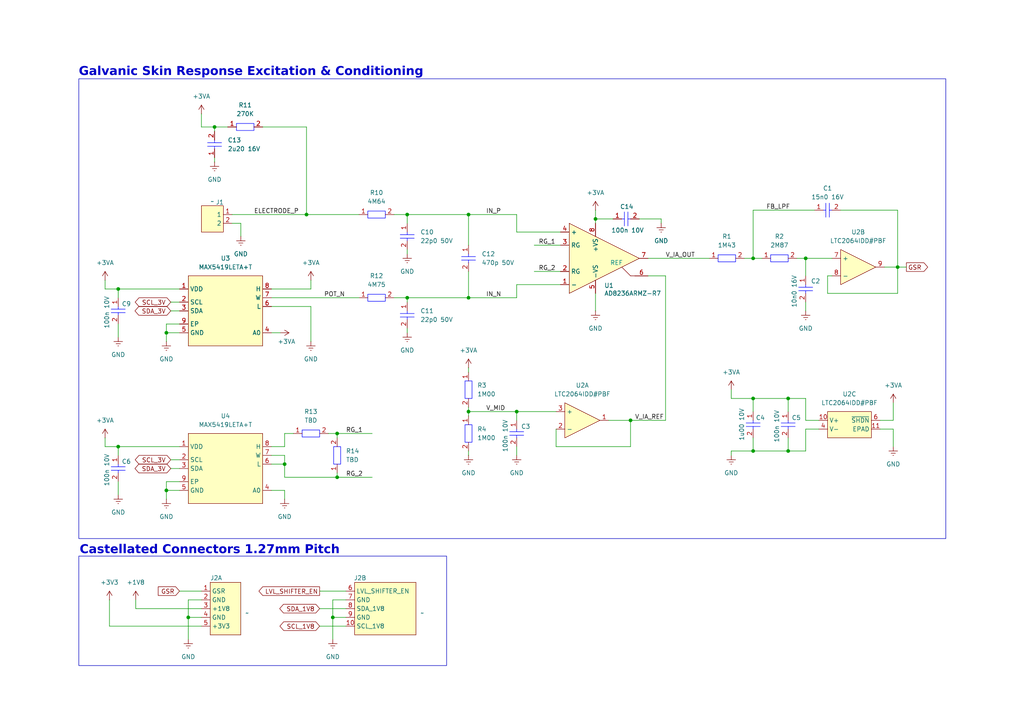
<source format=kicad_sch>
(kicad_sch (version 20231120) (generator "eeschema") (generator_version "8.0")
  (paper "A4")
  (lib_symbols
    (symbol "X-MODs_SchLib:04025C220JAT2A"
      (property "Reference" "C" (at -4.064 5.588 0))
      (property "Value" "22p0 50V" (at -4.064 3.302 0))
      (symbol "04025C220JAT2A_1_1"
        (polyline (pts (xy -1.27 0) (xy -0.508 0)) (stroke (width 0) (color 0 0 255 1)))
        (polyline (pts (xy -0.508 2.032) (xy -0.508 -2.032)) (stroke (width 0) (color 0 0 255 1)))
        (polyline (pts (xy 0.508 2.032) (xy 0.508 -2.032)) (stroke (width 0) (color 0 0 255 1)))
        (polyline (pts (xy 1.27 0) (xy 0.508 0)) (stroke (width 0) (color 0 0 255 1)))
        (pin passive line (at -3.81 0 0) (length 2.54) (name "") (number "1"))
        (pin passive line (at 3.81 0 180) (length 2.54) (name "") (number "2"))
      )
    )
    (symbol "X-MODs_SchLib:AD8236ARMZ-R7"
      (property "Reference" "U" (at 0.254 3.048 0))
      (property "Value" "AD8236ARMZ-R7" (at 7.874 1.27 0))
      (symbol "AD8236ARMZ-R7_0_1"
        (polyline (pts (xy 15.24 -12.7) (xy 17.78 -15.24)))
      )
      (symbol "AD8236ARMZ-R7_1_1"
        (polyline (pts (xy 19.05 -15.24) (xy 17.78 -15.24)))
        (polyline (pts (xy 0 0) (xy 0 -20.32) (xy 20.32 -10.16) (xy 0 0)) (stroke (width 0) (color 128 0 0 1)) (fill (type background)))
        (text "REF" (at 13.716 -11.43 0) (effects (font (size 1.27 1.27))))
        (pin input line (at -2.54 -17.78 0) (length 2.54) (name "-") (number "1"))
        (pin input line (at -2.54 -13.97 0) (length 2.54) (name "RG") (number "2"))
        (pin input line (at -2.54 -6.35 0) (length 2.54) (name "RG") (number "3"))
        (pin input line (at -2.54 -2.54 0) (length 2.54) (name "+") (number "4"))
        (pin input line (at 7.62 -20.32 90) (length 3.81) (name "-VS") (number "5"))
        (pin passive line (at 22.86 -15.24 180) (length 3.81) (name "~") (number "6"))
        (pin output line (at 22.86 -10.16 180) (length 2.54) (name "~") (number "7"))
        (pin input line (at 7.62 0 270) (length 3.81) (name "+VS") (number "8"))
      )
    )
    (symbol "X-MODs_SchLib:C0402C105K8PACTU"
      (property "Reference" "C" (at -4.064 5.588 0))
      (property "Value" "1u00 10V" (at -4.064 3.302 0))
      (symbol "C0402C105K8PACTU_1_1"
        (polyline (pts (xy -1.27 0) (xy -0.508 0)) (stroke (width 0) (color 0 0 255 1)))
        (polyline (pts (xy -0.508 2.032) (xy -0.508 -2.032)) (stroke (width 0) (color 0 0 255 1)))
        (polyline (pts (xy 0.508 2.032) (xy 0.508 -2.032)) (stroke (width 0) (color 0 0 255 1)))
        (polyline (pts (xy 1.27 0) (xy 0.508 0)) (stroke (width 0) (color 0 0 255 1)))
        (pin passive line (at -3.81 0 0) (length 2.54) (name "") (number "1"))
        (pin passive line (at 3.81 0 180) (length 2.54) (name "") (number "2"))
      )
    )
    (symbol "X-MODs_SchLib:C0402C471J5RACTU"
      (property "Reference" "C" (at -4.064 5.588 0))
      (property "Value" "470p 50V" (at -4.064 3.302 0))
      (symbol "C0402C471J5RACTU_1_1"
        (polyline (pts (xy -1.27 0) (xy -0.508 0)) (stroke (width 0) (color 0 0 255 1)))
        (polyline (pts (xy -0.508 2.032) (xy -0.508 -2.032)) (stroke (width 0) (color 0 0 255 1)))
        (polyline (pts (xy 0.508 2.032) (xy 0.508 -2.032)) (stroke (width 0) (color 0 0 255 1)))
        (polyline (pts (xy 1.27 0) (xy 0.508 0)) (stroke (width 0) (color 0 0 255 1)))
        (pin passive line (at -3.81 0 0) (length 2.54) (name "") (number "1"))
        (pin passive line (at 3.81 0 180) (length 2.54) (name "") (number "2"))
      )
    )
    (symbol "X-MODs_SchLib:CC0402JRX7R7BB103"
      (property "Reference" "C" (at -4.064 5.588 0))
      (property "Value" "10n0 16V" (at -4.064 3.302 0))
      (symbol "CC0402JRX7R7BB103_1_1"
        (polyline (pts (xy -1.27 0) (xy -0.508 0)) (stroke (width 0) (color 0 0 255 1)))
        (polyline (pts (xy -0.508 2.032) (xy -0.508 -2.032)) (stroke (width 0) (color 0 0 255 1)))
        (polyline (pts (xy 0.508 2.032) (xy 0.508 -2.032)) (stroke (width 0) (color 0 0 255 1)))
        (polyline (pts (xy 1.27 0) (xy 0.508 0)) (stroke (width 0) (color 0 0 255 1)))
        (pin passive line (at -3.81 0 0) (length 2.54) (name "") (number "1"))
        (pin passive line (at 3.81 0 180) (length 2.54) (name "") (number "2"))
      )
    )
    (symbol "X-MODs_SchLib:CC0402JRX7R7BB153"
      (property "Reference" "C" (at -4.064 5.588 0))
      (property "Value" "15n0 16V" (at -4.064 3.302 0))
      (symbol "CC0402JRX7R7BB153_1_1"
        (polyline (pts (xy -1.27 0) (xy -0.508 0)) (stroke (width 0) (color 0 0 255 1)))
        (polyline (pts (xy -0.508 2.032) (xy -0.508 -2.032)) (stroke (width 0) (color 0 0 255 1)))
        (polyline (pts (xy 0.508 2.032) (xy 0.508 -2.032)) (stroke (width 0) (color 0 0 255 1)))
        (polyline (pts (xy 1.27 0) (xy 0.508 0)) (stroke (width 0) (color 0 0 255 1)))
        (pin passive line (at -3.81 0 0) (length 2.54) (name "") (number "1"))
        (pin passive line (at 3.81 0 180) (length 2.54) (name "") (number "2"))
      )
    )
    (symbol "X-MODs_SchLib:CRCW0402270KFKTD"
      (property "Reference" "R" (at -4.064 5.588 0))
      (property "Value" "270K" (at -4.064 3.302 0))
      (symbol "CRCW0402270KFKTD_0_1"
        (rectangle (start -2.54 1.016) (end 2.54 -1.016) (stroke (width 0) (color 0 0 255 1)))
      )
      (symbol "CRCW0402270KFKTD_1_1"
        (pin passive line (at -5.08 0 0) (length 2.54) (name "") (number "1"))
        (pin passive line (at 5.08 0 180) (length 2.54) (name "") (number "2"))
      )
    )
    (symbol "X-MODs_SchLib:CRCW04022M87FKED"
      (property "Reference" "R" (at -4.064 5.588 0))
      (property "Value" "2M87" (at -4.064 3.302 0))
      (symbol "CRCW04022M87FKED_0_1"
        (rectangle (start -2.54 1.016) (end 2.54 -1.016) (stroke (width 0) (color 0 0 255 1)))
      )
      (symbol "CRCW04022M87FKED_1_1"
        (pin passive line (at -5.08 0 0) (length 2.54) (name "") (number "1"))
        (pin passive line (at 5.08 0 180) (length 2.54) (name "") (number "2"))
      )
    )
    (symbol "X-MODs_SchLib:CRCW04024M64FKED"
      (property "Reference" "R" (at -4.064 5.588 0))
      (property "Value" "4M64" (at -4.064 3.302 0))
      (symbol "CRCW04024M64FKED_0_1"
        (rectangle (start -2.54 1.016) (end 2.54 -1.016) (stroke (width 0) (color 0 0 255 1)))
      )
      (symbol "CRCW04024M64FKED_1_1"
        (pin passive line (at -5.08 0 0) (length 2.54) (name "") (number "1"))
        (pin passive line (at 5.08 0 180) (length 2.54) (name "") (number "2"))
      )
    )
    (symbol "X-MODs_SchLib:CRCW04024M75FKED"
      (property "Reference" "R" (at -4.064 5.588 0))
      (property "Value" "4M75" (at -4.064 3.302 0))
      (symbol "CRCW04024M75FKED_0_1"
        (rectangle (start -2.54 1.016) (end 2.54 -1.016) (stroke (width 0) (color 0 0 255 1)))
      )
      (symbol "CRCW04024M75FKED_1_1"
        (pin passive line (at -5.08 0 0) (length 2.54) (name "") (number "1"))
        (pin passive line (at 5.08 0 180) (length 2.54) (name "") (number "2"))
      )
    )
    (symbol "X-MODs_SchLib:GRM155R61C225KE44D"
      (property "Reference" "C" (at -4.064 5.588 0))
      (property "Value" "2u20 16V" (at -4.064 3.302 0))
      (symbol "GRM155R61C225KE44D_1_1"
        (polyline (pts (xy -1.27 0) (xy -0.508 0)) (stroke (width 0) (color 0 0 255 1)))
        (polyline (pts (xy -0.508 2.032) (xy -0.508 -2.032)) (stroke (width 0) (color 0 0 255 1)))
        (polyline (pts (xy 0.508 2.032) (xy 0.508 -2.032)) (stroke (width 0) (color 0 0 255 1)))
        (polyline (pts (xy 1.27 0) (xy 0.508 0)) (stroke (width 0) (color 0 0 255 1)))
        (pin passive line (at -3.81 0 0) (length 2.54) (name "") (number "1"))
        (pin passive line (at 3.81 0 180) (length 2.54) (name "") (number "2"))
      )
    )
    (symbol "X-MODs_SchLib:GRM155R71A104JA01D"
      (property "Reference" "C" (at -4.826 5.588 0))
      (property "Value" "100n 10V" (at -4.826 3.302 0))
      (symbol "GRM155R71A104JA01D_1_1"
        (polyline (pts (xy -1.27 0) (xy -0.508 0)) (stroke (width 0) (color 0 0 255 1)))
        (polyline (pts (xy -0.508 2.032) (xy -0.508 -2.032)) (stroke (width 0) (color 0 0 255 1)))
        (polyline (pts (xy 0.508 2.032) (xy 0.508 -2.032)) (stroke (width 0) (color 0 0 255 1)))
        (polyline (pts (xy 1.27 0) (xy 0.508 0)) (stroke (width 0) (color 0 0 255 1)))
        (pin passive line (at -3.81 0 0) (length 2.54) (name "") (number "1"))
        (pin passive line (at 3.81 0 180) (length 2.54) (name "") (number "2"))
      )
    )
    (symbol "X-MODs_SchLib:GSR_Board_Castellated_Conn_1.27mm" (in_bom no)
      (property "Reference" "J" (at 0.508 1.778 0))
      (symbol "GSR_Board_Castellated_Conn_1.27mm_1_1"
        (rectangle (start 0 0) (end 8.89 -15.24) (stroke (width 0) (color 128 0 0 1)) (fill (type background)))
        (pin passive line (at -2.54 -2.54 0) (length 2.54) (name "GSR") (number "1"))
        (pin passive line (at -2.54 -5.08 0) (length 2.54) (name "GND") (number "2"))
        (pin passive line (at -2.54 -7.62 0) (length 2.54) (name "+1V8") (number "3"))
        (pin passive line (at -2.54 -10.16 0) (length 2.54) (name "GND") (number "4"))
        (pin passive line (at -2.54 -12.7 0) (length 2.54) (name "+3V3") (number "5"))
      )
      (symbol "GSR_Board_Castellated_Conn_1.27mm_2_1"
        (rectangle (start 0 0) (end 17.78 -15.24) (stroke (width 0) (color 128 0 0 1)) (fill (type background)))
        (pin passive line (at -2.54 -12.7 0) (length 2.54) (name "SCL_1V8") (number "10"))
        (pin passive line (at -2.54 -2.54 0) (length 2.54) (name "LVL_SHIFTER_EN") (number "6"))
        (pin passive line (at -2.54 -5.08 0) (length 2.54) (name "GND") (number "7"))
        (pin passive line (at -2.54 -7.62 0) (length 2.54) (name "SDA_1V8") (number "8"))
        (pin passive line (at -2.54 -10.16 0) (length 2.54) (name "GND") (number "9"))
      )
    )
    (symbol "X-MODs_SchLib:GSR_Electrodes"
      (property "Reference" "J" (at -0.254 1.524 0))
      (symbol "GSR_Electrodes_1_1"
        (rectangle (start 0 0) (end 6.35 -7.62) (stroke (width 0) (color 128 0 0 1)) (fill (type background)))
        (pin passive line (at -2.54 -2.54 0) (length 2.54) (name "1") (number "1"))
        (pin passive line (at -2.54 -5.08 0) (length 2.54) (name "2") (number "2"))
      )
    )
    (symbol "X-MODs_SchLib:LTC2064IDD#PBF"
      (property "Reference" "U" (at 0.508 3.302 0))
      (property "Value" "LTC2064IDD#PBF" (at 7.874 1.27 0))
      (symbol "LTC2064IDD#PBF_1_1"
        (polyline (pts (xy 0 0) (xy 0 -10.16) (xy 10.16 -5.08) (xy 0 0)) (stroke (width 0) (color 128 0 0 1)) (fill (type background)))
        (pin output line (at 12.7 -5.08 180) (length 2.54) (name "~") (number "1"))
        (pin input line (at -2.54 -7.62 0) (length 2.54) (name "-") (number "2"))
        (pin input line (at -2.54 -2.54 0) (length 2.54) (name "+") (number "3"))
      )
      (symbol "LTC2064IDD#PBF_2_1"
        (polyline (pts (xy 0 0) (xy 0 -10.16) (xy 10.16 -5.08) (xy 0 0)) (stroke (width 0) (color 128 0 0 1)) (fill (type background)))
        (pin input line (at -2.54 -2.54 0) (length 2.54) (name "+") (number "7"))
        (pin input line (at -2.54 -7.62 0) (length 2.54) (name "-") (number "8"))
        (pin output line (at 12.7 -5.08 180) (length 2.54) (name "~") (number "9"))
      )
      (symbol "LTC2064IDD#PBF_3_1"
        (rectangle (start 0 0) (end 12.7 -7.62) (stroke (width 0) (color 128 0 0 1)) (fill (type background)))
        (pin passive line (at -2.54 -2.54 0) (length 2.54) (name "V+") (number "10"))
        (pin passive line (at 15.24 -5.08 180) (length 2.54) (name "EPAD") (number "11"))
        (pin passive line (at -2.54 -5.08 0) (length 2.54) (name "V-") (number "4"))
        (pin no_connect line (at 12.7 0 180) (length 2.54) hide (name "") (number "5"))
        (pin passive line (at 15.24 -2.54 180) (length 2.54) (name "~{SHDN}") (number "6"))
      )
    )
    (symbol "X-MODs_SchLib:MAX5419LETA+T"
      (property "Reference" "U" (at -0.254 2.794 0))
      (property "Value" " MAX5419LETA+T" (at -1.27 1.016 0))
      (symbol "MAX5419LETA+T_0_1"
        (rectangle (start 0 0) (end 21.59 -20.32) (stroke (width 0) (color 128 0 0 1)) (fill (type background)))
      )
      (symbol "MAX5419LETA+T_1_1"
        (pin passive line (at -2.54 -3.81 0) (length 2.54) (name "VDD") (number "1"))
        (pin passive line (at -2.54 -7.62 0) (length 2.54) (name "SCL") (number "2"))
        (pin passive line (at -2.54 -10.16 0) (length 2.54) (name "SDA") (number "3"))
        (pin passive line (at 24.13 -16.51 180) (length 2.54) (name "A0") (number "4"))
        (pin passive line (at -2.54 -16.51 0) (length 2.54) (name "GND") (number "5"))
        (pin passive line (at 24.13 -8.89 180) (length 2.54) (name "L") (number "6"))
        (pin passive line (at 24.13 -6.35 180) (length 2.54) (name "W") (number "7"))
        (pin passive line (at 24.13 -3.81 180) (length 2.54) (name "H") (number "8"))
        (pin passive line (at -2.54 -13.97 0) (length 2.54) (name "EP") (number "9"))
      )
    )
    (symbol "X-MODs_SchLib:R"
      (property "Reference" "R" (at -4.064 5.588 0))
      (property "Value" "TBD" (at -4.064 3.302 0))
      (symbol "R_0_1"
        (rectangle (start -2.54 1.016) (end 2.54 -1.016) (stroke (width 0) (color 0 0 255 1)))
      )
      (symbol "R_1_1"
        (pin passive line (at -5.08 0 0) (length 2.54) (name "") (number "1"))
        (pin passive line (at 5.08 0 180) (length 2.54) (name "") (number "2"))
      )
    )
    (symbol "X-MODs_SchLib:RK73H1ERTTP1004F"
      (property "Reference" "R" (at -4.064 5.588 0))
      (property "Value" "1M00" (at -4.064 3.302 0))
      (symbol "RK73H1ERTTP1004F_0_1"
        (rectangle (start -2.54 1.016) (end 2.54 -1.016) (stroke (width 0) (color 0 0 255 1)))
      )
      (symbol "RK73H1ERTTP1004F_1_1"
        (pin passive line (at -5.08 0 0) (length 2.54) (name "") (number "1"))
        (pin passive line (at 5.08 0 180) (length 2.54) (name "") (number "2"))
      )
    )
    (symbol "X-MODs_SchLib:RK73H1ETTP1434F"
      (property "Reference" "R" (at -4.064 5.588 0))
      (property "Value" "1M43" (at -4.064 3.302 0))
      (symbol "RK73H1ETTP1434F_0_1"
        (rectangle (start -2.54 1.016) (end 2.54 -1.016) (stroke (width 0) (color 0 0 255 1)))
      )
      (symbol "RK73H1ETTP1434F_1_1"
        (pin passive line (at -5.08 0 0) (length 2.54) (name "") (number "1"))
        (pin passive line (at 5.08 0 180) (length 2.54) (name "") (number "2"))
      )
    )
    (symbol "power:+3.3VA" (power) (pin_numbers hide) (pin_names (offset 0) hide)
      (property "Value" "+3.3VA" (at 0 3.556 0))
      (symbol "+3.3VA_0_1"
        (polyline (pts (xy -0.762 1.27) (xy 0 2.54)))
        (polyline (pts (xy 0 0) (xy 0 2.54)))
        (polyline (pts (xy 0 2.54) (xy 0.762 1.27)))
      )
      (symbol "+3.3VA_1_1"
        (pin power_in line (at 0 0 90) (length 0) (name "~") (number "1"))
      )
    )
    (symbol "power:Earth" (power) (pin_numbers hide) (pin_names (offset 0) hide)
      (property "Value" "Earth" (at 0 -3.81 0))
      (symbol "Earth_0_1"
        (polyline (pts (xy -0.635 -1.905) (xy 0.635 -1.905)))
        (polyline (pts (xy -0.127 -2.54) (xy 0.127 -2.54)))
        (polyline (pts (xy 0 -1.27) (xy 0 0)))
        (polyline (pts (xy 1.27 -1.27) (xy -1.27 -1.27)))
      )
      (symbol "Earth_1_1"
        (pin power_in line (at 0 0 270) (length 0) (name "~") (number "1"))
      )
    )
  )
  (junction (at 233.68 74.93))
  (junction (at 34.29 129.54))
  (junction (at 182.88 121.92))
  (junction (at 218.44 74.93))
  (junction (at 97.79 138.43))
  (junction (at 149.86 119.38))
  (junction (at 88.9 62.23))
  (junction (at 48.26 142.24))
  (junction (at 228.6 130.81))
  (junction (at 172.72 63.5))
  (junction (at 82.55 134.62))
  (junction (at 62.23 36.83))
  (junction (at 218.44 115.57))
  (junction (at 54.61 179.07))
  (junction (at 135.89 119.38))
  (junction (at 48.26 96.52))
  (junction (at 97.79 125.73))
  (junction (at 96.52 179.07))
  (junction (at 118.11 86.36))
  (junction (at 118.11 62.23))
  (junction (at 218.44 130.81))
  (junction (at 135.89 86.36))
  (junction (at 135.89 62.23))
  (junction (at 228.6 115.57))
  (junction (at 260.35 77.47))
  (junction (at 34.29 83.82))
  (wire (pts (xy 34.29 93.98) (xy 34.29 97.79)))
  (wire (pts (xy 193.04 80.01) (xy 193.04 121.92)))
  (wire (pts (xy 135.89 119.38) (xy 149.86 119.38)))
  (wire (pts (xy 66.04 36.83) (xy 62.23 36.83)))
  (wire (pts (xy 48.26 139.7) (xy 48.26 142.24)))
  (wire (pts (xy 149.86 86.36) (xy 135.89 86.36)))
  (wire (pts (xy 260.35 77.47) (xy 256.54 77.47)))
  (wire (pts (xy 135.89 78.74) (xy 135.89 86.36)))
  (wire (pts (xy 34.29 139.7) (xy 34.29 143.51)))
  (wire (pts (xy 118.11 95.25) (xy 118.11 96.52)))
  (wire (pts (xy 172.72 60.96) (xy 172.72 63.5)))
  (wire (pts (xy 218.44 60.96) (xy 218.44 74.93)))
  (wire (pts (xy 48.26 142.24) (xy 52.07 142.24)))
  (wire (pts (xy 135.89 118.11) (xy 135.89 119.38)))
  (wire (pts (xy 233.68 74.93) (xy 233.68 80.01)))
  (wire (pts (xy 218.44 130.81) (xy 228.6 130.81)))
  (wire (pts (xy 212.09 130.81) (xy 218.44 130.81)))
  (wire (pts (xy 49.53 133.35) (xy 52.07 133.35)))
  (wire (pts (xy 135.89 106.68) (xy 135.89 107.95)))
  (wire (pts (xy 34.29 83.82) (xy 34.29 86.36)))
  (wire (pts (xy 149.86 129.54) (xy 149.86 132.08)))
  (wire (pts (xy 90.17 83.82) (xy 90.17 81.28)))
  (wire (pts (xy 78.74 129.54) (xy 82.55 129.54)))
  (wire (pts (xy 187.96 74.93) (xy 205.74 74.93)))
  (wire (pts (xy 233.68 121.92) (xy 237.49 121.92)))
  (wire (pts (xy 54.61 173.99) (xy 54.61 179.07)))
  (wire (pts (xy 259.08 124.46) (xy 259.08 129.54)))
  (wire (pts (xy 149.86 119.38) (xy 149.86 121.92)))
  (wire (pts (xy 118.11 72.39) (xy 118.11 73.66)))
  (wire (pts (xy 76.2 36.83) (xy 88.9 36.83)))
  (wire (pts (xy 78.74 83.82) (xy 90.17 83.82)))
  (wire (pts (xy 58.42 173.99) (xy 54.61 173.99)))
  (wire (pts (xy 97.79 125.73) (xy 107.95 125.73)))
  (wire (pts (xy 95.25 125.73) (xy 97.79 125.73)))
  (wire (pts (xy 54.61 179.07) (xy 54.61 185.42)))
  (wire (pts (xy 82.55 142.24) (xy 82.55 144.78)))
  (wire (pts (xy 82.55 138.43) (xy 97.79 138.43)))
  (wire (pts (xy 218.44 130.81) (xy 218.44 127)))
  (wire (pts (xy 78.74 134.62) (xy 82.55 134.62)))
  (wire (pts (xy 233.68 74.93) (xy 241.3 74.93)))
  (wire (pts (xy 48.26 96.52) (xy 48.26 99.06)))
  (wire (pts (xy 30.48 83.82) (xy 34.29 83.82)))
  (wire (pts (xy 233.68 115.57) (xy 233.68 121.92)))
  (wire (pts (xy 97.79 125.73) (xy 97.79 127)))
  (wire (pts (xy 92.71 171.45) (xy 100.33 171.45)))
  (wire (pts (xy 97.79 138.43) (xy 107.95 138.43)))
  (wire (pts (xy 82.55 134.62) (xy 82.55 138.43)))
  (wire (pts (xy 260.35 60.96) (xy 260.35 77.47)))
  (wire (pts (xy 52.07 129.54) (xy 34.29 129.54)))
  (wire (pts (xy 48.26 96.52) (xy 52.07 96.52)))
  (wire (pts (xy 62.23 36.83) (xy 58.42 36.83)))
  (wire (pts (xy 62.23 36.83) (xy 62.23 38.1)))
  (wire (pts (xy 92.71 181.61) (xy 100.33 181.61)))
  (wire (pts (xy 154.94 78.74) (xy 162.56 78.74)))
  (wire (pts (xy 162.56 67.31) (xy 149.86 67.31)))
  (wire (pts (xy 172.72 63.5) (xy 177.8 63.5)))
  (wire (pts (xy 218.44 115.57) (xy 218.44 119.38)))
  (wire (pts (xy 233.68 87.63) (xy 233.68 90.17)))
  (wire (pts (xy 114.3 86.36) (xy 118.11 86.36)))
  (wire (pts (xy 58.42 176.53) (xy 39.37 176.53)))
  (wire (pts (xy 78.74 142.24) (xy 82.55 142.24)))
  (wire (pts (xy 114.3 62.23) (xy 118.11 62.23)))
  (wire (pts (xy 218.44 74.93) (xy 220.98 74.93)))
  (wire (pts (xy 31.75 181.61) (xy 31.75 173.99)))
  (wire (pts (xy 54.61 179.07) (xy 58.42 179.07)))
  (wire (pts (xy 215.9 74.93) (xy 218.44 74.93)))
  (wire (pts (xy 135.89 71.12) (xy 135.89 62.23)))
  (wire (pts (xy 100.33 179.07) (xy 96.52 179.07)))
  (wire (pts (xy 212.09 115.57) (xy 218.44 115.57)))
  (wire (pts (xy 100.33 173.99) (xy 96.52 173.99)))
  (wire (pts (xy 135.89 62.23) (xy 118.11 62.23)))
  (wire (pts (xy 88.9 62.23) (xy 104.14 62.23)))
  (wire (pts (xy 228.6 127) (xy 228.6 130.81)))
  (wire (pts (xy 149.86 62.23) (xy 135.89 62.23)))
  (wire (pts (xy 69.85 64.77) (xy 69.85 68.58)))
  (wire (pts (xy 135.89 119.38) (xy 135.89 120.65)))
  (wire (pts (xy 212.09 113.03) (xy 212.09 115.57)))
  (wire (pts (xy 260.35 77.47) (xy 262.89 77.47)))
  (wire (pts (xy 135.89 130.81) (xy 135.89 132.08)))
  (wire (pts (xy 49.53 135.89) (xy 52.07 135.89)))
  (wire (pts (xy 212.09 130.81) (xy 212.09 132.08)))
  (wire (pts (xy 176.53 121.92) (xy 182.88 121.92)))
  (wire (pts (xy 149.86 67.31) (xy 149.86 62.23)))
  (wire (pts (xy 30.48 81.28) (xy 30.48 83.82)))
  (wire (pts (xy 255.27 121.92) (xy 259.08 121.92)))
  (wire (pts (xy 78.74 96.52) (xy 81.28 96.52)))
  (wire (pts (xy 236.22 60.96) (xy 218.44 60.96)))
  (wire (pts (xy 67.31 62.23) (xy 88.9 62.23)))
  (wire (pts (xy 182.88 121.92) (xy 193.04 121.92)))
  (wire (pts (xy 149.86 119.38) (xy 161.29 119.38)))
  (wire (pts (xy 52.07 171.45) (xy 58.42 171.45)))
  (wire (pts (xy 218.44 115.57) (xy 228.6 115.57)))
  (wire (pts (xy 172.72 63.5) (xy 172.72 64.77)))
  (wire (pts (xy 82.55 129.54) (xy 82.55 125.73)))
  (wire (pts (xy 149.86 82.55) (xy 149.86 86.36)))
  (wire (pts (xy 237.49 124.46) (xy 233.68 124.46)))
  (wire (pts (xy 185.42 63.5) (xy 191.77 63.5)))
  (wire (pts (xy 240.03 80.01) (xy 240.03 85.09)))
  (wire (pts (xy 240.03 85.09) (xy 260.35 85.09)))
  (wire (pts (xy 48.26 93.98) (xy 48.26 96.52)))
  (wire (pts (xy 34.29 129.54) (xy 34.29 132.08)))
  (wire (pts (xy 52.07 93.98) (xy 48.26 93.98)))
  (wire (pts (xy 30.48 127) (xy 30.48 129.54)))
  (wire (pts (xy 48.26 142.24) (xy 48.26 144.78)))
  (wire (pts (xy 118.11 86.36) (xy 118.11 87.63)))
  (wire (pts (xy 241.3 80.01) (xy 240.03 80.01)))
  (wire (pts (xy 228.6 130.81) (xy 233.68 130.81)))
  (wire (pts (xy 154.94 71.12) (xy 162.56 71.12)))
  (wire (pts (xy 34.29 83.82) (xy 52.07 83.82)))
  (wire (pts (xy 233.68 124.46) (xy 233.68 130.81)))
  (wire (pts (xy 118.11 62.23) (xy 118.11 64.77)))
  (wire (pts (xy 243.84 60.96) (xy 260.35 60.96)))
  (wire (pts (xy 96.52 179.07) (xy 96.52 185.42)))
  (wire (pts (xy 96.52 173.99) (xy 96.52 179.07)))
  (wire (pts (xy 182.88 129.54) (xy 161.29 129.54)))
  (wire (pts (xy 259.08 116.84) (xy 259.08 121.92)))
  (wire (pts (xy 162.56 82.55) (xy 149.86 82.55)))
  (wire (pts (xy 228.6 115.57) (xy 233.68 115.57)))
  (wire (pts (xy 191.77 63.5) (xy 191.77 64.77)))
  (wire (pts (xy 82.55 132.08) (xy 82.55 134.62)))
  (wire (pts (xy 39.37 176.53) (xy 39.37 173.99)))
  (wire (pts (xy 92.71 176.53) (xy 100.33 176.53)))
  (wire (pts (xy 161.29 129.54) (xy 161.29 124.46)))
  (wire (pts (xy 97.79 138.43) (xy 97.79 137.16)))
  (wire (pts (xy 30.48 129.54) (xy 34.29 129.54)))
  (wire (pts (xy 78.74 88.9) (xy 90.17 88.9)))
  (wire (pts (xy 67.31 64.77) (xy 69.85 64.77)))
  (wire (pts (xy 78.74 132.08) (xy 82.55 132.08)))
  (wire (pts (xy 90.17 88.9) (xy 90.17 99.06)))
  (wire (pts (xy 82.55 125.73) (xy 85.09 125.73)))
  (wire (pts (xy 182.88 121.92) (xy 182.88 129.54)))
  (wire (pts (xy 193.04 80.01) (xy 187.96 80.01)))
  (wire (pts (xy 172.72 85.09) (xy 172.72 90.17)))
  (wire (pts (xy 118.11 86.36) (xy 135.89 86.36)))
  (wire (pts (xy 58.42 36.83) (xy 58.42 33.02)))
  (wire (pts (xy 88.9 36.83) (xy 88.9 62.23)))
  (wire (pts (xy 231.14 74.93) (xy 233.68 74.93)))
  (wire (pts (xy 58.42 181.61) (xy 31.75 181.61)))
  (wire (pts (xy 255.27 124.46) (xy 259.08 124.46)))
  (wire (pts (xy 228.6 115.57) (xy 228.6 119.38)))
  (wire (pts (xy 52.07 139.7) (xy 48.26 139.7)))
  (wire (pts (xy 49.53 90.17) (xy 52.07 90.17)))
  (wire (pts (xy 260.35 85.09) (xy 260.35 77.47)))
  (wire (pts (xy 78.74 86.36) (xy 104.14 86.36)))
  (wire (pts (xy 49.53 87.63) (xy 52.07 87.63)))
  (wire (pts (xy 62.23 46.99) (xy 62.23 45.72)))
  (rectangle (start 22.86 161.29) (end 129.54 193.04))
  (rectangle (start 22.86 22.86) (end 274.32 156.21))
  (text "Castellated Connectors 1.27mm Pitch" (at 23.114 160.274 0) (effects (font (size 2.54 2.54) (thickness 0.254) (bold yes) (italic yes)) (justify left)))
  (text "Galvanic Skin Response Excitation & Conditioning" (at 22.86 21.59 0) (effects (font (size 2.54 2.54) (thickness 0.254) (bold yes) (italic yes)) (justify left)))
  (label "IN_P" (at 140.97 62.23 0))
  (label "RG_1" (at 156.21 71.12 0))
  (label "RG_1" (at 100.33 125.73 0))
  (label "V_IA_REF" (at 184.15 121.92 0))
  (label "RG_2" (at 156.21 78.74 0))
  (label "V_IA_OUT" (at 193.04 74.93 0))
  (label "RG_2" (at 100.33 138.43 0))
  (label "V_MID" (at 140.97 119.38 0))
  (label "FB_LPF" (at 222.25 60.96 0))
  (label "IN_N" (at 140.97 86.36 0))
  (label "POT_N" (at 93.98 86.36 0))
  (label "ELECTRODE_P" (at 73.66 62.23 0))
  (global_label "SCL_3V" (shape bidirectional) (at 49.53 87.63 180) (property "Intersheetrefs" "${INTERSHEET_REFS}" (effects (hide yes))))
  (global_label "SDA_3V" (shape bidirectional) (at 49.53 90.17 180) (property "Intersheetrefs" "${INTERSHEET_REFS}" (effects (hide yes))))
  (global_label "SDA_1V8" (shape bidirectional) (at 92.71 176.53 180) (property "Intersheetrefs" "${INTERSHEET_REFS}" (effects (hide yes))))
  (global_label "SDA_3V" (shape bidirectional) (at 49.53 135.89 180) (property "Intersheetrefs" "${INTERSHEET_REFS}" (effects (hide yes))))
  (global_label "LVL_SHIFTER_EN" (shape output) (at 92.71 171.45 180) (property "Intersheetrefs" "${INTERSHEET_REFS}" (effects (hide yes))))
  (global_label "SCL_3V" (shape bidirectional) (at 49.53 133.35 180) (property "Intersheetrefs" "${INTERSHEET_REFS}" (effects (hide yes))))
  (global_label "GSR" (shape input) (at 52.07 171.45 180) (property "Intersheetrefs" "${INTERSHEET_REFS}" (effects (hide yes))))
  (global_label "SCL_1V8" (shape bidirectional) (at 92.71 181.61 180) (property "Intersheetrefs" "${INTERSHEET_REFS}" (effects (hide yes))))
  (global_label "GSR" (shape output) (at 262.89 77.47 0) (property "Intersheetrefs" "${INTERSHEET_REFS}" (effects (hide yes))))
  (symbol (lib_id "X-MODs_SchLib:GSR_Board_Castellated_Conn_1.27mm") (at 102.87 168.91 0) (unit 2) (in_bom no)
    (property "Reference" "J2" (at 102.616 167.64 0) (effects (justify left)))
    (property "Value" "~" (at 121.92 177.8 0) (effects (justify left)))
    (property "Footprint" "X-MODs_PcbLib:GSR_Board_Castellated_Conn_1.27mm" (effects (hide yes)))
    (property "Description" "GSR_Board_Castellated_Conn_1.27mm" (effects (hide yes)))
  )
  (symbol (lib_id "X-MODs_SchLib:GRM155R71A104JA01D") (at 149.86 125.73 270) (unit 1)
    (property "Reference" "C3" (at 151.13 123.698 90) (effects (justify left)))
    (property "Value" "100n 10V" (at 146.558 121.666 0) (effects (justify left)))
    (property "Footprint" "X-MODs_PcbLib:C0402" (effects (hide yes)))
    (property "Datasheet" "https://www.mouser.es/datasheet/2/281/1/GRM155R71A104JA01_01A-1984196.pdf" (effects (hide yes)))
    (property "Description" "Multilayer Ceramic Capacitors MLCC - SMD/SMT 0.1 uF 10 VDC 5% 0402 X7R" (effects (hide yes)))
  )
  (symbol (lib_id "power:+3.3VA") (at 259.08 116.84 0) (unit 1)
    (property "Reference" "#PWR08" (effects (hide yes)))
    (property "Value" "+3VA" (at 259.08 111.76 0))
    (property "Description" "Power symbol creates a global label with name \"+3.3VA\"" (effects (hide yes)))
  )
  (symbol (lib_id "power:Earth") (at 233.68 90.17 0) (unit 1)
    (property "Reference" "#PWR03" (effects (hide yes)))
    (property "Value" "GND" (at 233.68 95.25 0))
    (property "Description" "Power symbol creates a global label with name \"Earth\"" (effects (hide yes)))
  )
  (symbol (lib_id "power:+3.3VA") (at 90.17 81.28 0) (unit 1)
    (property "Reference" "#PWR030" (effects (hide yes)))
    (property "Value" "+3VA" (at 90.17 76.2 0))
    (property "Description" "Power symbol creates a global label with name \"+3.3VA\"" (effects (hide yes)))
  )
  (symbol (lib_id "power:Earth") (at 34.29 97.79 0) (unit 1)
    (property "Reference" "#PWR024" (effects (hide yes)))
    (property "Value" "GND" (at 34.29 102.87 0))
    (property "Description" "Power symbol creates a global label with name \"Earth\"" (effects (hide yes)))
  )
  (symbol (lib_id "power:Earth") (at 259.08 129.54 0) (unit 1)
    (property "Reference" "#PWR09" (effects (hide yes)))
    (property "Value" "GND" (at 259.08 134.62 0))
    (property "Description" "Power symbol creates a global label with name \"Earth\"" (effects (hide yes)))
  )
  (symbol (lib_id "power:+3.3VA") (at 135.89 106.68 0) (unit 1)
    (property "Reference" "#PWR04" (effects (hide yes)))
    (property "Value" "+3VA" (at 135.89 101.6 0))
    (property "Description" "Power symbol creates a global label with name \"+3.3VA\"" (effects (hide yes)))
  )
  (symbol (lib_id "X-MODs_SchLib:CRCW04024M75FKED") (at 109.22 86.36 0) (unit 1)
    (property "Reference" "R12" (at 109.22 80.01 0))
    (property "Value" "4M75" (at 109.22 82.55 0))
    (property "Footprint" "X-MODs_PcbLib:R0402" (effects (hide yes)))
    (property "Datasheet" "https://www.vishay.com/docs/20035/dcrcwe3.pdf" (effects (hide yes)))
    (property "Description" "Thick Film Resistors 1/16watt 4.75Mohms 1%" (effects (hide yes)))
  )
  (symbol (lib_id "X-MODs_SchLib:R") (at 97.79 132.08 90) (unit 1)
    (property "Reference" "R14" (at 100.33 130.8099 90) (effects (justify right)))
    (property "Value" "TBD" (at 100.33 133.3499 90) (effects (justify right)))
    (property "Footprint" "X-MODs_PcbLib:R0402" (effects (hide yes)))
  )
  (symbol (lib_id "power:+3.3VA") (at 81.28 96.52 270) (unit 1)
    (property "Reference" "#PWR026" (effects (hide yes)))
    (property "Value" "+3VA" (at 80.518 99.06 90) (effects (justify left)))
    (property "Description" "Power symbol creates a global label with name \"+3.3VA\"" (effects (hide yes)))
  )
  (symbol (lib_id "power:+3.3VA") (at 58.42 33.02 0) (unit 1)
    (property "Reference" "#PWR032" (effects (hide yes)))
    (property "Value" "+3VA" (at 58.42 27.94 0))
    (property "Description" "Power symbol creates a global label with name \"+3.3VA\"" (effects (hide yes)))
  )
  (symbol (lib_id "power:Earth") (at 135.89 132.08 0) (unit 1)
    (property "Reference" "#PWR05" (effects (hide yes)))
    (property "Value" "GND" (at 135.89 137.16 0))
    (property "Description" "Power symbol creates a global label with name \"Earth\"" (effects (hide yes)))
  )
  (symbol (lib_id "power:Earth") (at 118.11 96.52 0) (unit 1)
    (property "Reference" "#PWR028" (effects (hide yes)))
    (property "Value" "GND" (at 118.11 101.6 0))
    (property "Description" "Power symbol creates a global label with name \"Earth\"" (effects (hide yes)))
  )
  (symbol (lib_id "power:Earth") (at 212.09 132.08 0) (unit 1)
    (property "Reference" "#PWR010" (effects (hide yes)))
    (property "Value" "GND" (at 212.09 137.16 0))
    (property "Description" "Power symbol creates a global label with name \"Earth\"" (effects (hide yes)))
  )
  (symbol (lib_id "X-MODs_SchLib:R") (at 90.17 125.73 0) (unit 1)
    (property "Reference" "R13" (at 90.17 119.38 0))
    (property "Value" "TBD" (at 90.17 121.92 0))
    (property "Footprint" "X-MODs_PcbLib:R0402" (effects (hide yes)))
  )
  (symbol (lib_id "X-MODs_SchLib:CRCW0402270KFKTD") (at 71.12 36.83 0) (unit 1)
    (property "Reference" "R11" (at 71.12 30.48 0))
    (property "Value" "270K" (at 71.12 33.02 0))
    (property "Footprint" "X-MODs_PcbLib:R0402" (effects (hide yes)))
    (property "Datasheet" "https://www.vishay.com/docs/20008/dcrcw.pdf" (effects (hide yes)))
    (property "Description" "Thick Film Resistors 1/16watt 270Kohms 1%" (effects (hide yes)))
  )
  (symbol (lib_id "X-MODs_SchLib:GRM155R61C225KE44D") (at 62.23 41.91 90) (unit 1)
    (property "Reference" "C13" (at 66.04 40.6399 90) (effects (justify right)))
    (property "Value" "2u20 16V" (at 66.04 43.1799 90) (effects (justify right)))
    (property "Footprint" "X-MODs_PcbLib:C0402" (effects (hide yes)))
    (property "Datasheet" "https://www.mouser.es/datasheet/2/281/1/GRM155R61C225KE44_01A-1983850.pdf" (effects (hide yes)))
    (property "Description" "Multilayer Ceramic Capacitors MLCC - SMD/SMT 2.2 uF 16 VDC 10% 0402 X5R" (effects (hide yes)))
  )
  (symbol (lib_id "power:+3.3VA") (at 39.37 173.99 0) (unit 1)
    (property "Reference" "#PWR049" (effects (hide yes)))
    (property "Value" "+1V8" (at 39.37 168.91 0))
    (property "Description" "Power symbol creates a global label with name \"+3.3VA\"" (effects (hide yes)))
  )
  (symbol (lib_id "X-MODs_SchLib:CRCW04022M87FKED") (at 226.06 74.93 0) (unit 1)
    (property "Reference" "R2" (at 226.06 68.58 0))
    (property "Value" "2M87" (at 226.06 71.12 0))
    (property "Footprint" "X-MODs_PcbLib:R0402" (effects (hide yes)))
    (property "Datasheet" "https://www.vishay.com/docs/20035/dcrcwe3.pdf" (effects (hide yes)))
    (property "Description" "Thick Film Resistors - SMD 1/16watt 2.87Mohms 1%" (effects (hide yes)))
  )
  (symbol (lib_id "X-MODs_SchLib:AD8236ARMZ-R7") (at 165.1 64.77 0) (unit 1)
    (property "Reference" "U1" (at 175.26 82.804 0) (effects (justify left)))
    (property "Value" "AD8236ARMZ-R7" (at 175.26 85.09 0) (effects (justify left)))
    (property "Footprint" "X-MODs_PcbLib:MSOP-8" (effects (hide yes)))
    (property "Datasheet" "https://www.mouser.es/datasheet/2/609/AD8236-1502119.pdf" (effects (hide yes)))
    (property "Description" "Instrumentation Amplifiers 40 A Micropower Instrumentation Amplifier" (effects (hide yes)))
  )
  (symbol (lib_id "X-MODs_SchLib:GRM155R71A104JA01D") (at 34.29 90.17 270) (unit 1)
    (property "Reference" "C9" (at 35.306 88.138 90) (effects (justify left)))
    (property "Value" "100n 10V" (at 30.988 85.852 0) (effects (justify left)))
    (property "Footprint" "X-MODs_PcbLib:C0402" (effects (hide yes)))
    (property "Datasheet" "https://www.mouser.es/datasheet/2/281/1/GRM155R71A104JA01_01A-1984196.pdf" (effects (hide yes)))
    (property "Description" "Multilayer Ceramic Capacitors MLCC - SMD/SMT 0.1 uF 10 VDC 5% 0402 X7R" (effects (hide yes)))
  )
  (symbol (lib_id "X-MODs_SchLib:GSR_Board_Castellated_Conn_1.27mm") (at 60.96 168.91 0) (unit 1) (in_bom no)
    (property "Reference" "J2" (at 60.96 167.64 0) (effects (justify left)))
    (property "Value" "~" (at 71.12 177.8 0) (effects (justify left)))
    (property "Footprint" "X-MODs_PcbLib:GSR_Board_Castellated_Conn_1.27mm" (effects (hide yes)))
    (property "Description" "GSR_Board_Castellated_Conn_1.27mm" (effects (hide yes)))
  )
  (symbol (lib_id "X-MODs_SchLib:CRCW04024M64FKED") (at 109.22 62.23 0) (unit 1)
    (property "Reference" "R10" (at 109.22 55.88 0))
    (property "Value" "4M64" (at 109.22 58.42 0))
    (property "Footprint" "X-MODs_PcbLib:R0402" (effects (hide yes)))
    (property "Datasheet" "https://www.vishay.com/docs/20035/dcrcwe3.pdf" (effects (hide yes)))
    (property "Description" "Thick Film Resistors 1/16watt 4.64Mohms 1% 100ppm" (effects (hide yes)))
  )
  (symbol (lib_id "X-MODs_SchLib:MAX5419LETA+T") (at 54.61 125.73 0) (unit 1)
    (property "Reference" "U4" (at 65.405 120.65 0))
    (property "Value" "MAX5419LETA+T" (at 65.405 123.19 0))
    (property "Footprint" "X-MODs_PcbLib:TDFN-8_3x3mm" (effects (hide yes)))
    (property "Datasheet" "https://www.mouser.es/datasheet/2/609/MAX5417_MAX5419-3470280.pdf" (effects (hide yes)))
    (property "Description" "Digital Potentiometer 200k ICs 256-Tap, Nonvolatile, IC-Interface" (effects (hide yes)))
  )
  (symbol (lib_id "power:Earth") (at 62.23 46.99 0) (unit 1)
    (property "Reference" "#PWR033" (effects (hide yes)))
    (property "Value" "GND" (at 62.23 52.07 0))
    (property "Description" "Power symbol creates a global label with name \"Earth\"" (effects (hide yes)))
  )
  (symbol (lib_id "X-MODs_SchLib:04025C220JAT2A") (at 118.11 91.44 270) (unit 1)
    (property "Reference" "C11" (at 121.92 90.1699 90) (effects (justify left)))
    (property "Value" "22p0 50V" (at 121.92 92.7099 90) (effects (justify left)))
    (property "Footprint" "X-MODs_PcbLib:C0402" (effects (hide yes)))
    (property "Datasheet" "https://www.mouser.es/datasheet/2/40/X7RDielectric-2943470.pdf" (effects (hide yes)))
    (property "Description" "Multilayer Ceramic Capacitors MLCC - SMD/SMT 50V 22pF 5%" (effects (hide yes)))
  )
  (symbol (lib_id "power:Earth") (at 54.61 185.42 0) (unit 1)
    (property "Reference" "#PWR051" (effects (hide yes)))
    (property "Value" "GND" (at 54.61 190.5 0))
    (property "Description" "Power symbol creates a global label with name \"Earth\"" (effects (hide yes)))
  )
  (symbol (lib_id "power:Earth") (at 149.86 132.08 0) (unit 1)
    (property "Reference" "#PWR06" (effects (hide yes)))
    (property "Value" "GND" (at 149.86 137.16 0))
    (property "Description" "Power symbol creates a global label with name \"Earth\"" (effects (hide yes)))
  )
  (symbol (lib_id "X-MODs_SchLib:LTC2064IDD#PBF") (at 163.83 116.84 0) (unit 1)
    (property "Reference" "U2" (at 168.91 111.76 0))
    (property "Value" "LTC2064IDD#PBF" (at 168.91 114.3 0))
    (property "Footprint" "X-MODs_PcbLib:DFN-10_3x3mm" (effects (hide yes)))
    (property "Datasheet" "https://www.mouser.es/datasheet/2/609/ltc2063_2064_2065-1839879.pdf" (effects (hide yes)))
    (property "Description" "Operational Amplifiers - Op Amps 2 A Supply Current, Low IB, Zero-Drift Operational Amplifiers" (effects (hide yes)))
  )
  (symbol (lib_id "power:Earth") (at 191.77 64.77 0) (unit 1)
    (property "Reference" "#PWR035" (effects (hide yes)))
    (property "Value" "GND" (at 191.77 69.85 0))
    (property "Description" "Power symbol creates a global label with name \"Earth\"" (effects (hide yes)))
  )
  (symbol (lib_id "power:Earth") (at 48.26 99.06 0) (unit 1)
    (property "Reference" "#PWR025" (effects (hide yes)))
    (property "Value" "GND" (at 48.26 104.14 0))
    (property "Description" "Power symbol creates a global label with name \"Earth\"" (effects (hide yes)))
  )
  (symbol (lib_id "power:+3.3VA") (at 212.09 113.03 0) (unit 1)
    (property "Reference" "#PWR07" (effects (hide yes)))
    (property "Value" "+3VA" (at 212.09 107.95 0))
    (property "Description" "Power symbol creates a global label with name \"+3.3VA\"" (effects (hide yes)))
  )
  (symbol (lib_id "X-MODs_SchLib:GRM155R71A104JA01D") (at 34.29 135.89 270) (unit 1)
    (property "Reference" "C6" (at 35.306 133.858 90) (effects (justify left)))
    (property "Value" "100n 10V" (at 30.988 131.572 0) (effects (justify left)))
    (property "Footprint" "X-MODs_PcbLib:C0402" (effects (hide yes)))
    (property "Datasheet" "https://www.mouser.es/datasheet/2/281/1/GRM155R71A104JA01_01A-1984196.pdf" (effects (hide yes)))
    (property "Description" "Multilayer Ceramic Capacitors MLCC - SMD/SMT 0.1 uF 10 VDC 5% 0402 X7R" (effects (hide yes)))
  )
  (symbol (lib_id "power:Earth") (at 69.85 68.58 0) (unit 1)
    (property "Reference" "#PWR034" (effects (hide yes)))
    (property "Value" "GND" (at 69.85 73.66 0))
    (property "Description" "Power symbol creates a global label with name \"Earth\"" (effects (hide yes)))
  )
  (symbol (lib_id "X-MODs_SchLib:GRM155R71A104JA01D") (at 181.61 63.5 0) (unit 1)
    (property "Reference" "C14" (at 179.832 59.944 0) (effects (justify left)))
    (property "Value" "100n 10V" (at 177.292 66.802 0) (effects (justify left)))
    (property "Footprint" "X-MODs_PcbLib:C0402" (effects (hide yes)))
    (property "Datasheet" "https://www.mouser.es/datasheet/2/281/1/GRM155R71A104JA01_01A-1984196.pdf" (effects (hide yes)))
    (property "Description" "Multilayer Ceramic Capacitors MLCC - SMD/SMT 0.1 uF 10 VDC 5% 0402 X7R" (effects (hide yes)))
  )
  (symbol (lib_id "X-MODs_SchLib:RK73H1ETTP1434F") (at 210.82 74.93 0) (unit 1)
    (property "Reference" "R1" (at 210.82 68.58 0))
    (property "Value" "1M43" (at 210.82 71.12 0))
    (property "Footprint" "X-MODs_PcbLib:R0402" (effects (hide yes)))
    (property "Datasheet" "https://www.koaspeer.com/pdfs/RK73H.pdf" (effects (hide yes)))
    (property "Description" "Thick Film Resistors 1.43M OHM 1%" (effects (hide yes)))
  )
  (symbol (lib_id "X-MODs_SchLib:GSR_Electrodes") (at 64.77 59.69 0) (mirror y) (unit 1)
    (property "Reference" "J1" (at 63.754 58.674 0))
    (property "Value" "~" (at 61.595 58.42 0))
    (property "Footprint" "X-MODs_PcbLib:GSR_Electrodes_Conn" (effects (hide yes)))
    (property "Description" "GSR SMD Electrodes Connector" (effects (hide yes)))
  )
  (symbol (lib_id "X-MODs_SchLib:RK73H1ERTTP1004F") (at 135.89 125.73 270) (unit 1)
    (property "Reference" "R4" (at 138.43 124.4599 90) (effects (justify left)))
    (property "Value" "1M00" (at 138.43 126.9999 90) (effects (justify left)))
    (property "Footprint" "X-MODs_PcbLib:R0402" (effects (hide yes)))
    (property "Datasheet" "https://www.koaspeer.com/pdfs/RK73-RT.pdf" (effects (hide yes)))
    (property "Description" "Thick Film Resistors 1M ohm 1% 0.1W AEC-Q" (effects (hide yes)))
  )
  (symbol (lib_id "power:+3.3VA") (at 31.75 173.99 0) (unit 1)
    (property "Reference" "#PWR039" (effects (hide yes)))
    (property "Value" "+3V3" (at 31.75 168.91 0))
    (property "Description" "Power symbol creates a global label with name \"+3.3VA\"" (effects (hide yes)))
  )
  (symbol (lib_id "X-MODs_SchLib:CC0402JRX7R7BB103") (at 233.68 83.82 270) (unit 1)
    (property "Reference" "C2" (at 235.204 81.534 90) (effects (justify left)))
    (property "Value" "10n0 16V" (at 230.378 79.756 0) (effects (justify left)))
    (property "Footprint" "X-MODs_PcbLib:C0402" (effects (hide yes)))
    (property "Datasheet" "https://www.mouser.es/datasheet/2/447/UPY_GPHC_X7R_6_3V_to_250V_24-3441574.pdf" (effects (hide yes)))
    (property "Description" "Multilayer Ceramic Capacitors MLCC - SMD/SMT 16V 0.01uF X7R 0402 5%" (effects (hide yes)))
  )
  (symbol (lib_id "X-MODs_SchLib:LTC2064IDD#PBF") (at 240.03 119.38 0) (unit 3)
    (property "Reference" "U2" (at 246.38 114.3 0))
    (property "Value" "LTC2064IDD#PBF" (at 246.38 116.84 0))
    (property "Footprint" "X-MODs_PcbLib:DFN-10_3x3mm" (effects (hide yes)))
    (property "Datasheet" "https://www.mouser.es/datasheet/2/609/ltc2063_2064_2065-1839879.pdf" (effects (hide yes)))
    (property "Description" "Operational Amplifiers - Op Amps 2 A Supply Current, Low IB, Zero-Drift Operational Amplifiers" (effects (hide yes)))
  )
  (symbol (lib_id "X-MODs_SchLib:CC0402JRX7R7BB153") (at 240.03 60.96 0) (unit 1)
    (property "Reference" "C1" (at 240.03 54.61 0))
    (property "Value" "15n0 16V" (at 240.03 57.15 0))
    (property "Footprint" "X-MODs_PcbLib:C0402" (effects (hide yes)))
    (property "Datasheet" "https://www.mouser.es/datasheet/2/447/UPY_GPHC_X7R_6_3V_to_250V_24-3441574.pdf" (effects (hide yes)))
    (property "Description" "Multilayer Ceramic Capacitors MLCC - SMD/SMT 16V 0.015uF X7R 0402 5%" (effects (hide yes)))
  )
  (symbol (lib_id "X-MODs_SchLib:RK73H1ERTTP1004F") (at 135.89 113.03 270) (unit 1)
    (property "Reference" "R3" (at 138.43 111.7599 90) (effects (justify left)))
    (property "Value" "1M00" (at 138.43 114.2999 90) (effects (justify left)))
    (property "Footprint" "X-MODs_PcbLib:R0402" (effects (hide yes)))
    (property "Datasheet" "https://www.koaspeer.com/pdfs/RK73-RT.pdf" (effects (hide yes)))
    (property "Description" "Thick Film Resistors 1M ohm 1% 0.1W AEC-Q" (effects (hide yes)))
  )
  (symbol (lib_id "X-MODs_SchLib:GRM155R71A104JA01D") (at 228.6 123.19 270) (unit 1)
    (property "Reference" "C5" (at 229.616 121.158 90) (effects (justify left)))
    (property "Value" "100n 10V" (at 225.298 118.872 0) (effects (justify left)))
    (property "Footprint" "X-MODs_PcbLib:C0402" (effects (hide yes)))
    (property "Datasheet" "https://www.mouser.es/datasheet/2/281/1/GRM155R71A104JA01_01A-1984196.pdf" (effects (hide yes)))
    (property "Description" "Multilayer Ceramic Capacitors MLCC - SMD/SMT 0.1 uF 10 VDC 5% 0402 X7R" (effects (hide yes)))
  )
  (symbol (lib_id "power:Earth") (at 48.26 144.78 0) (unit 1)
    (property "Reference" "#PWR013" (effects (hide yes)))
    (property "Value" "GND" (at 48.26 149.86 0))
    (property "Description" "Power symbol creates a global label with name \"Earth\"" (effects (hide yes)))
  )
  (symbol (lib_id "power:+3.3VA") (at 172.72 60.96 0) (unit 1)
    (property "Reference" "#PWR01" (effects (hide yes)))
    (property "Value" "+3VA" (at 172.72 55.88 0))
    (property "Description" "Power symbol creates a global label with name \"+3.3VA\"" (effects (hide yes)))
  )
  (symbol (lib_id "X-MODs_SchLib:LTC2064IDD#PBF") (at 243.84 72.39 0) (unit 2)
    (property "Reference" "U2" (at 248.92 67.31 0))
    (property "Value" "LTC2064IDD#PBF" (at 248.92 69.85 0))
    (property "Footprint" "X-MODs_PcbLib:DFN-10_3x3mm" (effects (hide yes)))
    (property "Datasheet" "https://www.mouser.es/datasheet/2/609/ltc2063_2064_2065-1839879.pdf" (effects (hide yes)))
    (property "Description" "Operational Amplifiers - Op Amps 2 A Supply Current, Low IB, Zero-Drift Operational Amplifiers" (effects (hide yes)))
  )
  (symbol (lib_id "power:Earth") (at 118.11 73.66 0) (unit 1)
    (property "Reference" "#PWR029" (effects (hide yes)))
    (property "Value" "GND" (at 118.11 78.74 0))
    (property "Description" "Power symbol creates a global label with name \"Earth\"" (effects (hide yes)))
  )
  (symbol (lib_id "power:Earth") (at 82.55 144.78 0) (unit 1)
    (property "Reference" "#PWR027" (effects (hide yes)))
    (property "Value" "GND" (at 82.55 149.86 0))
    (property "Description" "Power symbol creates a global label with name \"Earth\"" (effects (hide yes)))
  )
  (symbol (lib_id "power:Earth") (at 34.29 143.51 0) (unit 1)
    (property "Reference" "#PWR012" (effects (hide yes)))
    (property "Value" "GND" (at 34.29 148.59 0))
    (property "Description" "Power symbol creates a global label with name \"Earth\"" (effects (hide yes)))
  )
  (symbol (lib_id "power:Earth") (at 96.52 185.42 0) (unit 1)
    (property "Reference" "#PWR052" (effects (hide yes)))
    (property "Value" "GND" (at 96.52 190.5 0))
    (property "Description" "Power symbol creates a global label with name \"Earth\"" (effects (hide yes)))
  )
  (symbol (lib_id "power:Earth") (at 172.72 90.17 0) (unit 1)
    (property "Reference" "#PWR02" (effects (hide yes)))
    (property "Value" "GND" (at 172.72 95.25 0))
    (property "Description" "Power symbol creates a global label with name \"Earth\"" (effects (hide yes)))
  )
  (symbol (lib_id "X-MODs_SchLib:MAX5419LETA+T") (at 54.61 80.01 0) (unit 1)
    (property "Reference" "U3" (at 65.405 74.93 0))
    (property "Value" "MAX5419LETA+T" (at 65.405 77.47 0))
    (property "Footprint" "X-MODs_PcbLib:TDFN-8_3x3mm" (effects (hide yes)))
    (property "Datasheet" "https://www.mouser.es/datasheet/2/609/MAX5417_MAX5419-3470280.pdf" (effects (hide yes)))
    (property "Description" "Digital Potentiometer 200k ICs 256-Tap, Nonvolatile, IC-Interface" (effects (hide yes)))
  )
  (symbol (lib_id "X-MODs_SchLib:C0402C105K8PACTU") (at 218.44 123.19 270) (unit 1)
    (property "Reference" "C4" (at 219.202 121.158 90) (effects (justify left)))
    (property "Value" "1u00 10V" (at 215.138 118.364 0) (effects (justify left)))
    (property "Footprint" "X-MODs_PcbLib:C0402" (effects (hide yes)))
    (property "Datasheet" "https://www.mouser.es/datasheet/2/447/KEM_C1006_X5R_SMD-3316465.pdf" (effects (hide yes)))
    (property "Description" "Multilayer Ceramic Capacitors MLCC - SMD/SMT 10V 1uF X5R 0402 10%" (effects (hide yes)))
  )
  (symbol (lib_id "power:+3.3VA") (at 30.48 81.28 0) (unit 1)
    (property "Reference" "#PWR023" (effects (hide yes)))
    (property "Value" "+3VA" (at 30.48 76.2 0))
    (property "Description" "Power symbol creates a global label with name \"+3.3VA\"" (effects (hide yes)))
  )
  (symbol (lib_id "power:Earth") (at 90.17 99.06 0) (unit 1)
    (property "Reference" "#PWR031" (effects (hide yes)))
    (property "Value" "GND" (at 90.17 104.14 0))
    (property "Description" "Power symbol creates a global label with name \"Earth\"" (effects (hide yes)))
  )
  (symbol (lib_id "X-MODs_SchLib:04025C220JAT2A") (at 118.11 68.58 270) (unit 1)
    (property "Reference" "C10" (at 121.92 67.3099 90) (effects (justify left)))
    (property "Value" "22p0 50V" (at 121.92 69.8499 90) (effects (justify left)))
    (property "Footprint" "X-MODs_PcbLib:C0402" (effects (hide yes)))
    (property "Datasheet" "https://www.mouser.es/datasheet/2/40/X7RDielectric-2943470.pdf" (effects (hide yes)))
    (property "Description" "Multilayer Ceramic Capacitors MLCC - SMD/SMT 50V 22pF 5%" (effects (hide yes)))
  )
  (symbol (lib_id "X-MODs_SchLib:C0402C471J5RACTU") (at 135.89 74.93 270) (unit 1)
    (property "Reference" "C12" (at 139.7 73.6599 90) (effects (justify left)))
    (property "Value" "470p 50V" (at 139.7 76.1999 90) (effects (justify left)))
    (property "Footprint" "X-MODs_PcbLib:C0402" (effects (hide yes)))
    (property "Datasheet" "https://www.mouser.es/datasheet/2/447/KEM_C1002_X7R_SMD-3316098.pdf" (effects (hide yes)))
    (property "Description" "Multilayer Ceramic Capacitors MLCC - SMD/SMT 50V 470pF X7R 0402 5%" (effects (hide yes)))
  )
  (symbol (lib_id "power:+3.3VA") (at 30.48 127 0) (unit 1)
    (property "Reference" "#PWR011" (effects (hide yes)))
    (property "Value" "+3VA" (at 30.48 121.92 0))
    (property "Description" "Power symbol creates a global label with name \"+3.3VA\"" (effects (hide yes)))
  )
)
</source>
